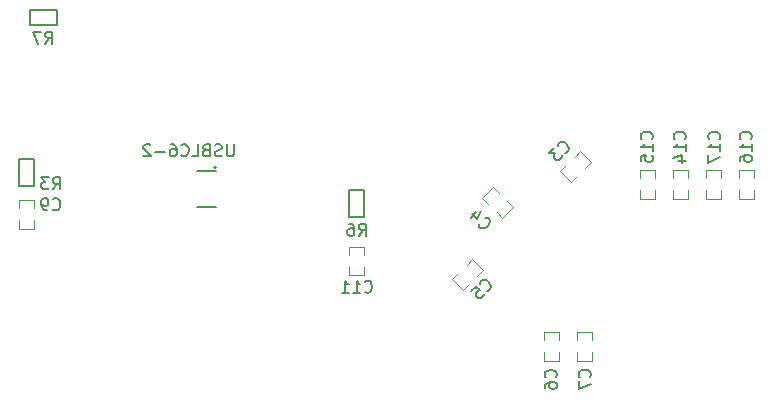
<source format=gbo>
G04 (created by PCBNEW (2013-07-07 BZR 4022)-stable) date 2/20/2015 2:37:17 PM*
%MOIN*%
G04 Gerber Fmt 3.4, Leading zero omitted, Abs format*
%FSLAX34Y34*%
G01*
G70*
G90*
G04 APERTURE LIST*
%ADD10C,0.00590551*%
%ADD11C,0.0047*%
%ADD12C,0.005*%
%ADD13C,0.008*%
G04 APERTURE END LIST*
G54D10*
X13214Y-12041D02*
G75*
G03X13214Y-12041I-39J0D01*
G74*
G01*
X13214Y-13340D02*
X12585Y-13340D01*
X12585Y-12159D02*
X13214Y-12159D01*
G54D11*
X7156Y-13797D02*
X7156Y-14072D01*
X7156Y-13403D02*
X7156Y-13128D01*
X6644Y-13797D02*
X6644Y-14072D01*
X6644Y-13128D02*
X6644Y-13403D01*
X6650Y-14072D02*
X7150Y-14072D01*
X7150Y-13128D02*
X6650Y-13128D01*
X25244Y-17803D02*
X25244Y-17528D01*
X25244Y-18197D02*
X25244Y-18472D01*
X25756Y-17803D02*
X25756Y-17528D01*
X25756Y-18472D02*
X25756Y-18197D01*
X25750Y-17528D02*
X25250Y-17528D01*
X25250Y-18472D02*
X25750Y-18472D01*
X21558Y-15279D02*
X21752Y-15085D01*
X21279Y-15558D02*
X21085Y-15752D01*
X21920Y-15641D02*
X22114Y-15447D01*
X21447Y-16114D02*
X21641Y-15920D01*
X22110Y-15443D02*
X21756Y-15089D01*
X21089Y-15756D02*
X21443Y-16110D01*
X24144Y-17803D02*
X24144Y-17528D01*
X24144Y-18197D02*
X24144Y-18472D01*
X24656Y-17803D02*
X24656Y-17528D01*
X24656Y-18472D02*
X24656Y-18197D01*
X24650Y-17528D02*
X24150Y-17528D01*
X24150Y-18472D02*
X24650Y-18472D01*
X22920Y-13158D02*
X23114Y-13352D01*
X22641Y-12879D02*
X22447Y-12685D01*
X22558Y-13520D02*
X22752Y-13714D01*
X22085Y-13047D02*
X22279Y-13241D01*
X22756Y-13710D02*
X23110Y-13356D01*
X22443Y-12689D02*
X22089Y-13043D01*
X25241Y-12320D02*
X25047Y-12514D01*
X25520Y-12041D02*
X25714Y-11847D01*
X24879Y-11958D02*
X24685Y-12152D01*
X25352Y-11485D02*
X25158Y-11679D01*
X24689Y-12156D02*
X25043Y-12510D01*
X25710Y-11843D02*
X25356Y-11489D01*
G54D12*
X6650Y-11750D02*
X6650Y-12650D01*
X6650Y-12650D02*
X7150Y-12650D01*
X7150Y-12650D02*
X7150Y-11750D01*
X7150Y-11750D02*
X6650Y-11750D01*
G54D11*
X17644Y-14953D02*
X17644Y-14678D01*
X17644Y-15347D02*
X17644Y-15622D01*
X18156Y-14953D02*
X18156Y-14678D01*
X18156Y-15622D02*
X18156Y-15347D01*
X18150Y-14678D02*
X17650Y-14678D01*
X17650Y-15622D02*
X18150Y-15622D01*
G54D12*
X18150Y-13700D02*
X18150Y-12800D01*
X18150Y-12800D02*
X17650Y-12800D01*
X17650Y-12800D02*
X17650Y-13700D01*
X17650Y-13700D02*
X18150Y-13700D01*
G54D11*
X30644Y-12403D02*
X30644Y-12128D01*
X30644Y-12797D02*
X30644Y-13072D01*
X31156Y-12403D02*
X31156Y-12128D01*
X31156Y-13072D02*
X31156Y-12797D01*
X31150Y-12128D02*
X30650Y-12128D01*
X30650Y-13072D02*
X31150Y-13072D01*
X29544Y-12403D02*
X29544Y-12128D01*
X29544Y-12797D02*
X29544Y-13072D01*
X30056Y-12403D02*
X30056Y-12128D01*
X30056Y-13072D02*
X30056Y-12797D01*
X30050Y-12128D02*
X29550Y-12128D01*
X29550Y-13072D02*
X30050Y-13072D01*
X28444Y-12403D02*
X28444Y-12128D01*
X28444Y-12797D02*
X28444Y-13072D01*
X28956Y-12403D02*
X28956Y-12128D01*
X28956Y-13072D02*
X28956Y-12797D01*
X28950Y-12128D02*
X28450Y-12128D01*
X28450Y-13072D02*
X28950Y-13072D01*
X27344Y-12403D02*
X27344Y-12128D01*
X27344Y-12797D02*
X27344Y-13072D01*
X27856Y-12403D02*
X27856Y-12128D01*
X27856Y-13072D02*
X27856Y-12797D01*
X27850Y-12128D02*
X27350Y-12128D01*
X27350Y-13072D02*
X27850Y-13072D01*
G54D12*
X7900Y-6800D02*
X7000Y-6800D01*
X7000Y-6800D02*
X7000Y-7300D01*
X7000Y-7300D02*
X7900Y-7300D01*
X7900Y-7300D02*
X7900Y-6800D01*
G54D13*
X13795Y-11261D02*
X13795Y-11585D01*
X13776Y-11623D01*
X13757Y-11642D01*
X13719Y-11661D01*
X13642Y-11661D01*
X13604Y-11642D01*
X13585Y-11623D01*
X13566Y-11585D01*
X13566Y-11261D01*
X13395Y-11642D02*
X13338Y-11661D01*
X13242Y-11661D01*
X13204Y-11642D01*
X13185Y-11623D01*
X13166Y-11585D01*
X13166Y-11547D01*
X13185Y-11509D01*
X13204Y-11490D01*
X13242Y-11471D01*
X13319Y-11452D01*
X13357Y-11433D01*
X13376Y-11414D01*
X13395Y-11376D01*
X13395Y-11338D01*
X13376Y-11300D01*
X13357Y-11280D01*
X13319Y-11261D01*
X13223Y-11261D01*
X13166Y-11280D01*
X12861Y-11452D02*
X12804Y-11471D01*
X12785Y-11490D01*
X12766Y-11528D01*
X12766Y-11585D01*
X12785Y-11623D01*
X12804Y-11642D01*
X12842Y-11661D01*
X12995Y-11661D01*
X12995Y-11261D01*
X12861Y-11261D01*
X12823Y-11280D01*
X12804Y-11300D01*
X12785Y-11338D01*
X12785Y-11376D01*
X12804Y-11414D01*
X12823Y-11433D01*
X12861Y-11452D01*
X12995Y-11452D01*
X12404Y-11661D02*
X12595Y-11661D01*
X12595Y-11261D01*
X12042Y-11623D02*
X12061Y-11642D01*
X12119Y-11661D01*
X12157Y-11661D01*
X12214Y-11642D01*
X12252Y-11604D01*
X12271Y-11566D01*
X12290Y-11490D01*
X12290Y-11433D01*
X12271Y-11357D01*
X12252Y-11319D01*
X12214Y-11280D01*
X12157Y-11261D01*
X12119Y-11261D01*
X12061Y-11280D01*
X12042Y-11300D01*
X11700Y-11261D02*
X11776Y-11261D01*
X11814Y-11280D01*
X11833Y-11300D01*
X11871Y-11357D01*
X11890Y-11433D01*
X11890Y-11585D01*
X11871Y-11623D01*
X11852Y-11642D01*
X11814Y-11661D01*
X11738Y-11661D01*
X11700Y-11642D01*
X11680Y-11623D01*
X11661Y-11585D01*
X11661Y-11490D01*
X11680Y-11452D01*
X11700Y-11433D01*
X11738Y-11414D01*
X11814Y-11414D01*
X11852Y-11433D01*
X11871Y-11452D01*
X11890Y-11490D01*
X11490Y-11509D02*
X11185Y-11509D01*
X11014Y-11300D02*
X10995Y-11280D01*
X10957Y-11261D01*
X10861Y-11261D01*
X10823Y-11280D01*
X10804Y-11300D01*
X10785Y-11338D01*
X10785Y-11376D01*
X10804Y-11433D01*
X11033Y-11661D01*
X10785Y-11661D01*
X7766Y-13423D02*
X7785Y-13442D01*
X7842Y-13461D01*
X7880Y-13461D01*
X7938Y-13442D01*
X7976Y-13404D01*
X7995Y-13366D01*
X8014Y-13290D01*
X8014Y-13233D01*
X7995Y-13157D01*
X7976Y-13119D01*
X7938Y-13080D01*
X7880Y-13061D01*
X7842Y-13061D01*
X7785Y-13080D01*
X7766Y-13100D01*
X7576Y-13461D02*
X7499Y-13461D01*
X7461Y-13442D01*
X7442Y-13423D01*
X7404Y-13366D01*
X7385Y-13290D01*
X7385Y-13138D01*
X7404Y-13100D01*
X7423Y-13080D01*
X7461Y-13061D01*
X7538Y-13061D01*
X7576Y-13080D01*
X7595Y-13100D01*
X7614Y-13138D01*
X7614Y-13233D01*
X7595Y-13271D01*
X7576Y-13290D01*
X7538Y-13309D01*
X7461Y-13309D01*
X7423Y-13290D01*
X7404Y-13271D01*
X7385Y-13233D01*
X25659Y-19029D02*
X25678Y-19010D01*
X25697Y-18953D01*
X25697Y-18915D01*
X25678Y-18857D01*
X25640Y-18819D01*
X25602Y-18800D01*
X25525Y-18781D01*
X25468Y-18781D01*
X25392Y-18800D01*
X25354Y-18819D01*
X25316Y-18857D01*
X25297Y-18915D01*
X25297Y-18953D01*
X25316Y-19010D01*
X25335Y-19029D01*
X25297Y-19162D02*
X25297Y-19429D01*
X25697Y-19257D01*
X22234Y-16140D02*
X22261Y-16140D01*
X22315Y-16113D01*
X22342Y-16086D01*
X22369Y-16032D01*
X22369Y-15978D01*
X22355Y-15938D01*
X22315Y-15871D01*
X22275Y-15830D01*
X22207Y-15790D01*
X22167Y-15776D01*
X22113Y-15776D01*
X22059Y-15803D01*
X22032Y-15830D01*
X22005Y-15884D01*
X22005Y-15911D01*
X21722Y-16140D02*
X21857Y-16005D01*
X22005Y-16126D01*
X21978Y-16126D01*
X21938Y-16140D01*
X21871Y-16207D01*
X21857Y-16248D01*
X21857Y-16275D01*
X21871Y-16315D01*
X21938Y-16382D01*
X21978Y-16396D01*
X22005Y-16396D01*
X22046Y-16382D01*
X22113Y-16315D01*
X22126Y-16275D01*
X22126Y-16248D01*
X24523Y-19033D02*
X24542Y-19014D01*
X24561Y-18957D01*
X24561Y-18919D01*
X24542Y-18861D01*
X24504Y-18823D01*
X24466Y-18804D01*
X24390Y-18785D01*
X24333Y-18785D01*
X24257Y-18804D01*
X24219Y-18823D01*
X24180Y-18861D01*
X24161Y-18919D01*
X24161Y-18957D01*
X24180Y-19014D01*
X24200Y-19033D01*
X24161Y-19376D02*
X24161Y-19300D01*
X24180Y-19261D01*
X24200Y-19242D01*
X24257Y-19204D01*
X24333Y-19185D01*
X24485Y-19185D01*
X24523Y-19204D01*
X24542Y-19223D01*
X24561Y-19261D01*
X24561Y-19338D01*
X24542Y-19376D01*
X24523Y-19395D01*
X24485Y-19414D01*
X24390Y-19414D01*
X24352Y-19395D01*
X24333Y-19376D01*
X24314Y-19338D01*
X24314Y-19261D01*
X24333Y-19223D01*
X24352Y-19204D01*
X24390Y-19185D01*
X21959Y-13934D02*
X21959Y-13961D01*
X21986Y-14015D01*
X22013Y-14042D01*
X22067Y-14069D01*
X22121Y-14069D01*
X22161Y-14055D01*
X22228Y-14015D01*
X22269Y-13975D01*
X22309Y-13907D01*
X22323Y-13867D01*
X22323Y-13813D01*
X22296Y-13759D01*
X22269Y-13732D01*
X22215Y-13705D01*
X22188Y-13705D01*
X21878Y-13530D02*
X21690Y-13719D01*
X22053Y-13490D02*
X21919Y-13759D01*
X21744Y-13584D01*
X24834Y-11540D02*
X24861Y-11540D01*
X24915Y-11513D01*
X24942Y-11486D01*
X24969Y-11432D01*
X24969Y-11378D01*
X24955Y-11338D01*
X24915Y-11271D01*
X24875Y-11230D01*
X24807Y-11190D01*
X24767Y-11176D01*
X24713Y-11176D01*
X24659Y-11203D01*
X24632Y-11230D01*
X24605Y-11284D01*
X24605Y-11311D01*
X24484Y-11378D02*
X24309Y-11553D01*
X24511Y-11567D01*
X24471Y-11607D01*
X24457Y-11648D01*
X24457Y-11675D01*
X24471Y-11715D01*
X24538Y-11782D01*
X24578Y-11796D01*
X24605Y-11796D01*
X24646Y-11782D01*
X24726Y-11702D01*
X24740Y-11661D01*
X24740Y-11634D01*
X7766Y-12761D02*
X7899Y-12571D01*
X7995Y-12761D02*
X7995Y-12361D01*
X7842Y-12361D01*
X7804Y-12380D01*
X7785Y-12400D01*
X7766Y-12438D01*
X7766Y-12495D01*
X7785Y-12533D01*
X7804Y-12552D01*
X7842Y-12571D01*
X7995Y-12571D01*
X7633Y-12361D02*
X7385Y-12361D01*
X7519Y-12514D01*
X7461Y-12514D01*
X7423Y-12533D01*
X7404Y-12552D01*
X7385Y-12590D01*
X7385Y-12685D01*
X7404Y-12723D01*
X7423Y-12742D01*
X7461Y-12761D01*
X7576Y-12761D01*
X7614Y-12742D01*
X7633Y-12723D01*
X18157Y-16173D02*
X18176Y-16192D01*
X18233Y-16211D01*
X18271Y-16211D01*
X18328Y-16192D01*
X18366Y-16154D01*
X18385Y-16116D01*
X18404Y-16040D01*
X18404Y-15983D01*
X18385Y-15907D01*
X18366Y-15869D01*
X18328Y-15830D01*
X18271Y-15811D01*
X18233Y-15811D01*
X18176Y-15830D01*
X18157Y-15850D01*
X17776Y-16211D02*
X18004Y-16211D01*
X17890Y-16211D02*
X17890Y-15811D01*
X17928Y-15869D01*
X17966Y-15907D01*
X18004Y-15926D01*
X17395Y-16211D02*
X17623Y-16211D01*
X17509Y-16211D02*
X17509Y-15811D01*
X17547Y-15869D01*
X17585Y-15907D01*
X17623Y-15926D01*
X17966Y-14311D02*
X18099Y-14121D01*
X18195Y-14311D02*
X18195Y-13911D01*
X18042Y-13911D01*
X18004Y-13930D01*
X17985Y-13950D01*
X17966Y-13988D01*
X17966Y-14045D01*
X17985Y-14083D01*
X18004Y-14102D01*
X18042Y-14121D01*
X18195Y-14121D01*
X17623Y-13911D02*
X17699Y-13911D01*
X17738Y-13930D01*
X17757Y-13950D01*
X17795Y-14007D01*
X17814Y-14083D01*
X17814Y-14235D01*
X17795Y-14273D01*
X17776Y-14292D01*
X17738Y-14311D01*
X17661Y-14311D01*
X17623Y-14292D01*
X17604Y-14273D01*
X17585Y-14235D01*
X17585Y-14140D01*
X17604Y-14102D01*
X17623Y-14083D01*
X17661Y-14064D01*
X17738Y-14064D01*
X17776Y-14083D01*
X17795Y-14102D01*
X17814Y-14140D01*
X31023Y-11092D02*
X31042Y-11073D01*
X31061Y-11016D01*
X31061Y-10978D01*
X31042Y-10921D01*
X31004Y-10883D01*
X30966Y-10864D01*
X30890Y-10845D01*
X30833Y-10845D01*
X30757Y-10864D01*
X30719Y-10883D01*
X30680Y-10921D01*
X30661Y-10978D01*
X30661Y-11016D01*
X30680Y-11073D01*
X30700Y-11092D01*
X31061Y-11473D02*
X31061Y-11245D01*
X31061Y-11359D02*
X30661Y-11359D01*
X30719Y-11321D01*
X30757Y-11283D01*
X30776Y-11245D01*
X30661Y-11816D02*
X30661Y-11740D01*
X30680Y-11702D01*
X30700Y-11683D01*
X30757Y-11645D01*
X30833Y-11626D01*
X30985Y-11626D01*
X31023Y-11645D01*
X31042Y-11664D01*
X31061Y-11702D01*
X31061Y-11778D01*
X31042Y-11816D01*
X31023Y-11835D01*
X30985Y-11854D01*
X30890Y-11854D01*
X30852Y-11835D01*
X30833Y-11816D01*
X30814Y-11778D01*
X30814Y-11702D01*
X30833Y-11664D01*
X30852Y-11645D01*
X30890Y-11626D01*
X29973Y-11092D02*
X29992Y-11073D01*
X30011Y-11016D01*
X30011Y-10978D01*
X29992Y-10921D01*
X29954Y-10883D01*
X29916Y-10864D01*
X29840Y-10845D01*
X29783Y-10845D01*
X29707Y-10864D01*
X29669Y-10883D01*
X29630Y-10921D01*
X29611Y-10978D01*
X29611Y-11016D01*
X29630Y-11073D01*
X29650Y-11092D01*
X30011Y-11473D02*
X30011Y-11245D01*
X30011Y-11359D02*
X29611Y-11359D01*
X29669Y-11321D01*
X29707Y-11283D01*
X29726Y-11245D01*
X29611Y-11607D02*
X29611Y-11873D01*
X30011Y-11702D01*
X28823Y-11092D02*
X28842Y-11073D01*
X28861Y-11016D01*
X28861Y-10978D01*
X28842Y-10921D01*
X28804Y-10883D01*
X28766Y-10864D01*
X28690Y-10845D01*
X28633Y-10845D01*
X28557Y-10864D01*
X28519Y-10883D01*
X28480Y-10921D01*
X28461Y-10978D01*
X28461Y-11016D01*
X28480Y-11073D01*
X28500Y-11092D01*
X28861Y-11473D02*
X28861Y-11245D01*
X28861Y-11359D02*
X28461Y-11359D01*
X28519Y-11321D01*
X28557Y-11283D01*
X28576Y-11245D01*
X28595Y-11816D02*
X28861Y-11816D01*
X28442Y-11721D02*
X28728Y-11626D01*
X28728Y-11873D01*
X27723Y-11092D02*
X27742Y-11073D01*
X27761Y-11016D01*
X27761Y-10978D01*
X27742Y-10921D01*
X27704Y-10883D01*
X27666Y-10864D01*
X27590Y-10845D01*
X27533Y-10845D01*
X27457Y-10864D01*
X27419Y-10883D01*
X27380Y-10921D01*
X27361Y-10978D01*
X27361Y-11016D01*
X27380Y-11073D01*
X27400Y-11092D01*
X27761Y-11473D02*
X27761Y-11245D01*
X27761Y-11359D02*
X27361Y-11359D01*
X27419Y-11321D01*
X27457Y-11283D01*
X27476Y-11245D01*
X27361Y-11835D02*
X27361Y-11645D01*
X27552Y-11626D01*
X27533Y-11645D01*
X27514Y-11683D01*
X27514Y-11778D01*
X27533Y-11816D01*
X27552Y-11835D01*
X27590Y-11854D01*
X27685Y-11854D01*
X27723Y-11835D01*
X27742Y-11816D01*
X27761Y-11778D01*
X27761Y-11683D01*
X27742Y-11645D01*
X27723Y-11626D01*
X7516Y-7911D02*
X7649Y-7721D01*
X7745Y-7911D02*
X7745Y-7511D01*
X7592Y-7511D01*
X7554Y-7530D01*
X7535Y-7550D01*
X7516Y-7588D01*
X7516Y-7645D01*
X7535Y-7683D01*
X7554Y-7702D01*
X7592Y-7721D01*
X7745Y-7721D01*
X7383Y-7511D02*
X7116Y-7511D01*
X7288Y-7911D01*
M02*

</source>
